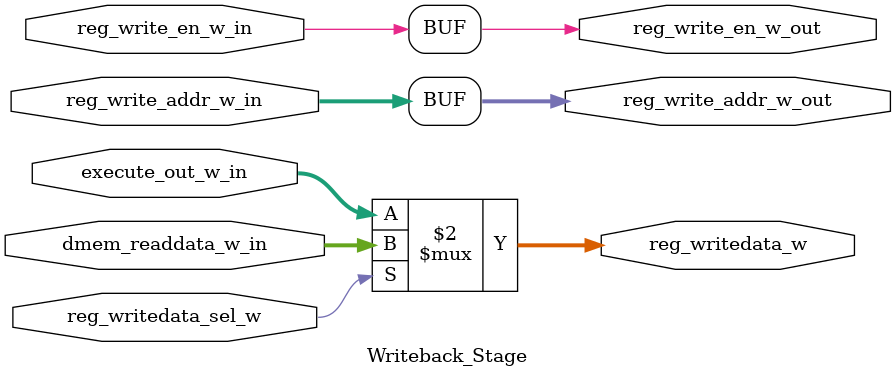
<source format=sv>
module Writeback_Stage(
    // Inputs
    input logic [31:0] dmem_readdata_w_in,
    input logic [31:0] execute_out_w_in, 
    input logic [4:0] reg_write_addr_w_in,
    input logic reg_write_en_w_in,
    input logic reg_writedata_sel_w,

    // Outputs
    output logic [31:0] reg_writedata_w,
    output logic [4:0] reg_write_addr_w_out,
    output logic reg_write_en_w_out
);

always_comb begin
    reg_writedata_w = (reg_writedata_sel_w) ? dmem_readdata_w_in : execute_out_w_in;
    reg_write_addr_w_out = reg_write_addr_w_in;
    reg_write_en_w_out = reg_write_en_w_in;
end

endmodule
</source>
